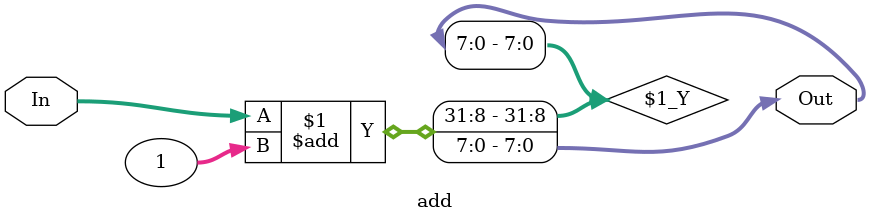
<source format=v>
`timescale 1ns / 1ps


module add(
    input [7:0] In,
    output [7:0] Out
    );
    assign Out = In + 1;
endmodule

</source>
